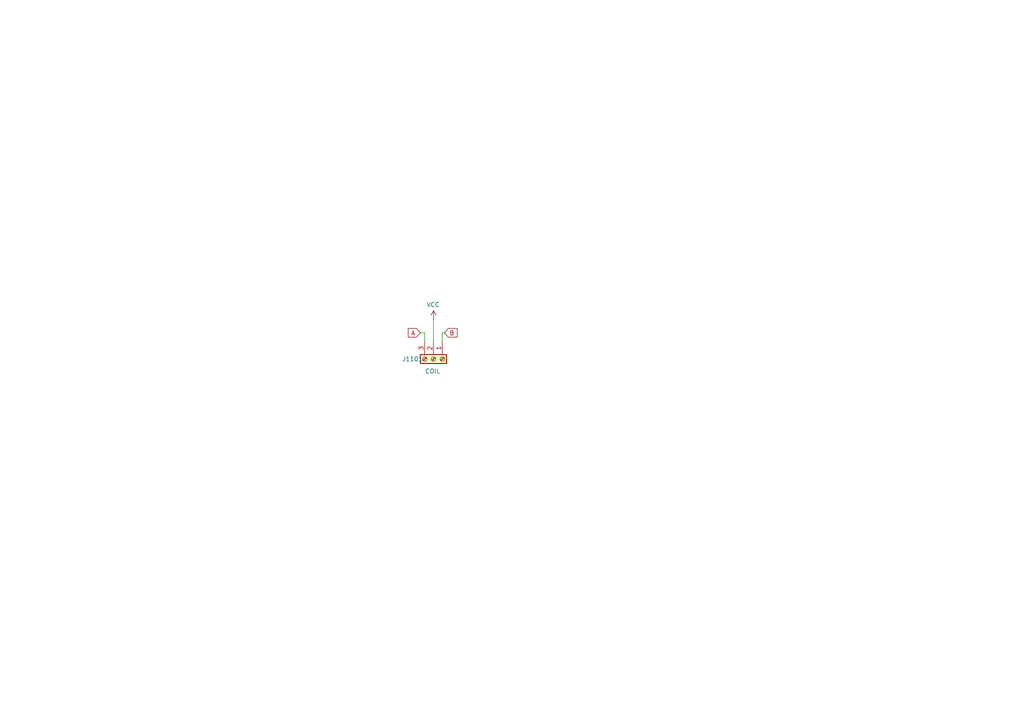
<source format=kicad_sch>
(kicad_sch (version 20231120) (generator "eeschema") (generator_version "8.0")
  (paper "A4")
  (lib_symbols
    (symbol "Connector:Screw_Terminal_01x03" (pin_names (offset 1.016) hide)
      (property "Reference" "J" (at 0 5.08 0))
      (property "Value" "Screw_Terminal_01x03" (at 0 -5.08 0))
      (symbol "Screw_Terminal_01x03_1_1"
        (rectangle (start -1.27 3.81) (end 1.27 -3.81) (stroke (width 0.254)) (fill (type background)))
        (circle (center 0 -2.54) (radius 0.635) (stroke (width 0.1524)))
        (polyline (pts (xy -0.5334 -2.2098) (xy 0.3302 -3.048)) (stroke (width 0.1524)))
        (polyline (pts (xy -0.5334 0.3302) (xy 0.3302 -0.508)) (stroke (width 0.1524)))
        (polyline (pts (xy -0.5334 2.8702) (xy 0.3302 2.032)) (stroke (width 0.1524)))
        (polyline (pts (xy -0.3556 -2.032) (xy 0.508 -2.8702)) (stroke (width 0.1524)))
        (polyline (pts (xy -0.3556 0.508) (xy 0.508 -0.3302)) (stroke (width 0.1524)))
        (polyline (pts (xy -0.3556 3.048) (xy 0.508 2.2098)) (stroke (width 0.1524)))
        (circle (center 0 0) (radius 0.635) (stroke (width 0.1524)))
        (circle (center 0 2.54) (radius 0.635) (stroke (width 0.1524)))
        (pin passive line (at -5.08 2.54 0) (length 3.81) (name "Pin_1") (number "1"))
        (pin passive line (at -5.08 0 0) (length 3.81) (name "Pin_2") (number "2"))
        (pin passive line (at -5.08 -2.54 0) (length 3.81) (name "Pin_3") (number "3"))
      )
    )
    (symbol "power:VCC" (power) (pin_numbers hide) (pin_names (offset 0) hide)
      (property "Value" "VCC" (at 0 3.556 0))
      (symbol "VCC_0_1"
        (polyline (pts (xy -0.762 1.27) (xy 0 2.54)))
        (polyline (pts (xy 0 0) (xy 0 2.54)))
        (polyline (pts (xy 0 2.54) (xy 0.762 1.27)))
      )
      (symbol "VCC_1_1"
        (pin power_in line (at 0 0 90) (length 0) (name "~") (number "1"))
      )
    )
  )
  (wire (pts (xy 128.27 96.52) (xy 128.905 96.52)))
  (wire (pts (xy 125.73 92.71) (xy 125.73 99.06)))
  (wire (pts (xy 128.27 99.06) (xy 128.27 96.52)))
  (wire (pts (xy 121.92 96.52) (xy 123.19 96.52)))
  (wire (pts (xy 123.19 96.52) (xy 123.19 99.06)))
  (global_label "B" (shape input) (at 128.905 96.52 0) (property "Intersheetrefs" "${INTERSHEET_REFS}" (effects (hide yes))))
  (global_label "A" (shape input) (at 121.92 96.52 180) (property "Intersheetrefs" "${INTERSHEET_REFS}" (effects (hide yes))))
  (symbol (lib_id "power:VCC") (at 125.73 92.71 0) (unit 1)
    (property "Reference" "#PWR01101" (effects (hide yes)))
    (property "Value" "VCC" (at 123.698 88.392 0) (effects (justify left)))
    (property "Description" "Power symbol creates a global label with name \"VCC\"" (effects (hide yes)))
  )
  (symbol (lib_id "Connector:Screw_Terminal_01x03") (at 125.73 104.14 270) (unit 1)
    (property "Reference" "J1101" (at 119.634 104.14 90))
    (property "Value" "COIL" (at 125.476 107.696 90))
    (property "Footprint" "TerminalBlock_Phoenix:TerminalBlock_Phoenix_MKDS-1,5-3-5.08_1x03_P5.08mm_Horizontal" (effects (hide yes)))
    (property "Description" "Generic screw terminal, single row, 01x03, script generated (kicad-library-utils/schlib/autogen/connector/)" (effects (hide yes)))
  )
)
</source>
